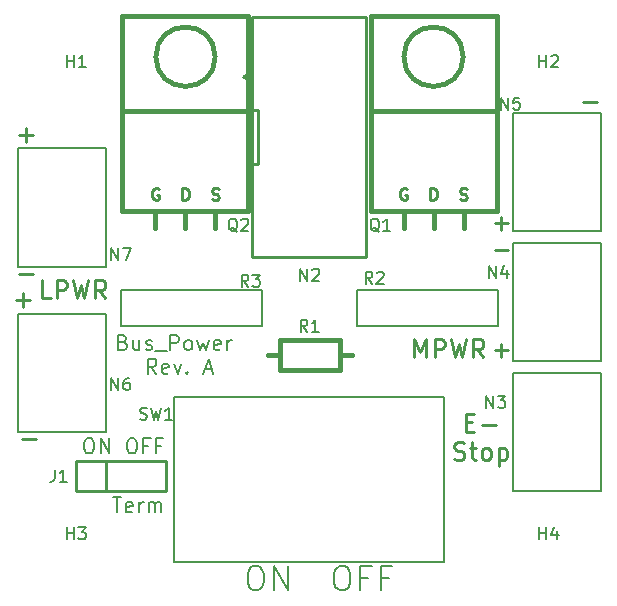
<source format=gto>
%FSLAX34Y34*%
G04 Gerber Fmt 3.4, Leading zero omitted, Abs format*
G04 (created by PCBNEW (2014-jan-25)-product) date Mon 11 Aug 2014 02:02:26 PM PDT*
%MOIN*%
G01*
G70*
G90*
G04 APERTURE LIST*
%ADD10C,0.003937*%
%ADD11C,0.008000*%
%ADD12C,0.010000*%
%ADD13C,0.005906*%
%ADD14C,0.015000*%
%ADD15C,0.009850*%
%ADD16C,0.009900*%
G04 APERTURE END LIST*
G54D10*
G54D11*
X42658Y-55730D02*
X42944Y-55730D01*
X42801Y-56230D02*
X42801Y-55730D01*
X43301Y-56206D02*
X43253Y-56230D01*
X43158Y-56230D01*
X43111Y-56206D01*
X43087Y-56158D01*
X43087Y-55968D01*
X43111Y-55920D01*
X43158Y-55896D01*
X43253Y-55896D01*
X43301Y-55920D01*
X43325Y-55968D01*
X43325Y-56015D01*
X43087Y-56063D01*
X43539Y-56230D02*
X43539Y-55896D01*
X43539Y-55992D02*
X43563Y-55944D01*
X43587Y-55920D01*
X43634Y-55896D01*
X43682Y-55896D01*
X43849Y-56230D02*
X43849Y-55896D01*
X43849Y-55944D02*
X43872Y-55920D01*
X43920Y-55896D01*
X43992Y-55896D01*
X44039Y-55920D01*
X44063Y-55968D01*
X44063Y-56230D01*
X44063Y-55968D02*
X44087Y-55920D01*
X44134Y-55896D01*
X44206Y-55896D01*
X44253Y-55920D01*
X44277Y-55968D01*
X44277Y-56230D01*
X41821Y-53761D02*
X41916Y-53761D01*
X41964Y-53785D01*
X42011Y-53833D01*
X42035Y-53928D01*
X42035Y-54094D01*
X42011Y-54190D01*
X41964Y-54237D01*
X41916Y-54261D01*
X41821Y-54261D01*
X41773Y-54237D01*
X41726Y-54190D01*
X41702Y-54094D01*
X41702Y-53928D01*
X41726Y-53833D01*
X41773Y-53785D01*
X41821Y-53761D01*
X42249Y-54261D02*
X42249Y-53761D01*
X42535Y-54261D01*
X42535Y-53761D01*
X43249Y-53761D02*
X43345Y-53761D01*
X43392Y-53785D01*
X43440Y-53833D01*
X43464Y-53928D01*
X43464Y-54094D01*
X43440Y-54190D01*
X43392Y-54237D01*
X43345Y-54261D01*
X43249Y-54261D01*
X43202Y-54237D01*
X43154Y-54190D01*
X43130Y-54094D01*
X43130Y-53928D01*
X43154Y-53833D01*
X43202Y-53785D01*
X43249Y-53761D01*
X43845Y-53999D02*
X43678Y-53999D01*
X43678Y-54261D02*
X43678Y-53761D01*
X43916Y-53761D01*
X44273Y-53999D02*
X44107Y-53999D01*
X44107Y-54261D02*
X44107Y-53761D01*
X44345Y-53761D01*
G54D12*
X52695Y-51058D02*
X52695Y-50458D01*
X52895Y-50887D01*
X53095Y-50458D01*
X53095Y-51058D01*
X53381Y-51058D02*
X53381Y-50458D01*
X53610Y-50458D01*
X53667Y-50487D01*
X53695Y-50515D01*
X53724Y-50573D01*
X53724Y-50658D01*
X53695Y-50715D01*
X53667Y-50744D01*
X53610Y-50773D01*
X53381Y-50773D01*
X53924Y-50458D02*
X54067Y-51058D01*
X54181Y-50630D01*
X54295Y-51058D01*
X54438Y-50458D01*
X55010Y-51058D02*
X54810Y-50773D01*
X54667Y-51058D02*
X54667Y-50458D01*
X54895Y-50458D01*
X54952Y-50487D01*
X54981Y-50515D01*
X55010Y-50573D01*
X55010Y-50658D01*
X54981Y-50715D01*
X54952Y-50744D01*
X54895Y-50773D01*
X54667Y-50773D01*
X40581Y-49090D02*
X40295Y-49090D01*
X40295Y-48490D01*
X40781Y-49090D02*
X40781Y-48490D01*
X41010Y-48490D01*
X41067Y-48518D01*
X41095Y-48547D01*
X41124Y-48604D01*
X41124Y-48690D01*
X41095Y-48747D01*
X41067Y-48776D01*
X41010Y-48804D01*
X40781Y-48804D01*
X41324Y-48490D02*
X41467Y-49090D01*
X41581Y-48661D01*
X41695Y-49090D01*
X41838Y-48490D01*
X42410Y-49090D02*
X42210Y-48804D01*
X42067Y-49090D02*
X42067Y-48490D01*
X42295Y-48490D01*
X42352Y-48518D01*
X42381Y-48547D01*
X42410Y-48604D01*
X42410Y-48690D01*
X42381Y-48747D01*
X42352Y-48776D01*
X42295Y-48804D01*
X42067Y-48804D01*
X54421Y-53227D02*
X54621Y-53227D01*
X54706Y-53541D02*
X54421Y-53541D01*
X54421Y-52941D01*
X54706Y-52941D01*
X54964Y-53313D02*
X55421Y-53313D01*
X54035Y-54453D02*
X54121Y-54481D01*
X54264Y-54481D01*
X54321Y-54453D01*
X54349Y-54424D01*
X54378Y-54367D01*
X54378Y-54310D01*
X54349Y-54253D01*
X54321Y-54224D01*
X54264Y-54195D01*
X54149Y-54167D01*
X54092Y-54138D01*
X54064Y-54110D01*
X54035Y-54053D01*
X54035Y-53995D01*
X54064Y-53938D01*
X54092Y-53910D01*
X54149Y-53881D01*
X54292Y-53881D01*
X54378Y-53910D01*
X54549Y-54081D02*
X54778Y-54081D01*
X54635Y-53881D02*
X54635Y-54395D01*
X54664Y-54453D01*
X54721Y-54481D01*
X54778Y-54481D01*
X55064Y-54481D02*
X55006Y-54453D01*
X54978Y-54424D01*
X54949Y-54367D01*
X54949Y-54195D01*
X54978Y-54138D01*
X55006Y-54110D01*
X55064Y-54081D01*
X55149Y-54081D01*
X55206Y-54110D01*
X55235Y-54138D01*
X55264Y-54195D01*
X55264Y-54367D01*
X55235Y-54424D01*
X55206Y-54453D01*
X55149Y-54481D01*
X55064Y-54481D01*
X55521Y-54081D02*
X55521Y-54681D01*
X55521Y-54110D02*
X55578Y-54081D01*
X55692Y-54081D01*
X55749Y-54110D01*
X55778Y-54138D01*
X55806Y-54195D01*
X55806Y-54367D01*
X55778Y-54424D01*
X55749Y-54453D01*
X55692Y-54481D01*
X55578Y-54481D01*
X55521Y-54453D01*
X58791Y-42562D02*
X58334Y-42562D01*
X55838Y-50830D02*
X55381Y-50830D01*
X55610Y-51058D02*
X55610Y-50601D01*
X55838Y-47483D02*
X55381Y-47483D01*
X55838Y-46597D02*
X55381Y-46597D01*
X55610Y-46826D02*
X55610Y-46369D01*
X40090Y-53783D02*
X39633Y-53783D01*
X39893Y-49157D02*
X39436Y-49157D01*
X39665Y-49385D02*
X39665Y-48928D01*
X39992Y-43645D02*
X39535Y-43645D01*
X39763Y-43873D02*
X39763Y-43416D01*
X39992Y-48271D02*
X39535Y-48271D01*
G54D11*
X44108Y-51604D02*
X43941Y-51366D01*
X43822Y-51604D02*
X43822Y-51104D01*
X44012Y-51104D01*
X44060Y-51127D01*
X44084Y-51151D01*
X44108Y-51199D01*
X44108Y-51270D01*
X44084Y-51318D01*
X44060Y-51342D01*
X44012Y-51366D01*
X43822Y-51366D01*
X44512Y-51580D02*
X44465Y-51604D01*
X44369Y-51604D01*
X44322Y-51580D01*
X44298Y-51532D01*
X44298Y-51342D01*
X44322Y-51294D01*
X44369Y-51270D01*
X44465Y-51270D01*
X44512Y-51294D01*
X44536Y-51342D01*
X44536Y-51389D01*
X44298Y-51437D01*
X44703Y-51270D02*
X44822Y-51604D01*
X44941Y-51270D01*
X45131Y-51556D02*
X45155Y-51580D01*
X45131Y-51604D01*
X45108Y-51580D01*
X45131Y-51556D01*
X45131Y-51604D01*
X45727Y-51461D02*
X45965Y-51461D01*
X45679Y-51604D02*
X45846Y-51104D01*
X46012Y-51604D01*
X50222Y-58026D02*
X50374Y-58026D01*
X50450Y-58064D01*
X50527Y-58140D01*
X50565Y-58293D01*
X50565Y-58559D01*
X50527Y-58712D01*
X50450Y-58788D01*
X50374Y-58826D01*
X50222Y-58826D01*
X50146Y-58788D01*
X50069Y-58712D01*
X50031Y-58559D01*
X50031Y-58293D01*
X50069Y-58140D01*
X50146Y-58064D01*
X50222Y-58026D01*
X51174Y-58407D02*
X50908Y-58407D01*
X50908Y-58826D02*
X50908Y-58026D01*
X51289Y-58026D01*
X51860Y-58407D02*
X51593Y-58407D01*
X51593Y-58826D02*
X51593Y-58026D01*
X51974Y-58026D01*
X47339Y-58026D02*
X47491Y-58026D01*
X47567Y-58064D01*
X47644Y-58140D01*
X47682Y-58293D01*
X47682Y-58559D01*
X47644Y-58712D01*
X47567Y-58788D01*
X47491Y-58826D01*
X47339Y-58826D01*
X47263Y-58788D01*
X47187Y-58712D01*
X47148Y-58559D01*
X47148Y-58293D01*
X47187Y-58140D01*
X47263Y-58064D01*
X47339Y-58026D01*
X48025Y-58826D02*
X48025Y-58026D01*
X48482Y-58826D01*
X48482Y-58026D01*
X42994Y-50554D02*
X43065Y-50578D01*
X43089Y-50602D01*
X43113Y-50650D01*
X43113Y-50721D01*
X43089Y-50769D01*
X43065Y-50792D01*
X43018Y-50816D01*
X42827Y-50816D01*
X42827Y-50316D01*
X42994Y-50316D01*
X43042Y-50340D01*
X43065Y-50364D01*
X43089Y-50411D01*
X43089Y-50459D01*
X43065Y-50507D01*
X43042Y-50531D01*
X42994Y-50554D01*
X42827Y-50554D01*
X43542Y-50483D02*
X43542Y-50816D01*
X43327Y-50483D02*
X43327Y-50745D01*
X43351Y-50792D01*
X43399Y-50816D01*
X43470Y-50816D01*
X43518Y-50792D01*
X43542Y-50769D01*
X43756Y-50792D02*
X43804Y-50816D01*
X43899Y-50816D01*
X43946Y-50792D01*
X43970Y-50745D01*
X43970Y-50721D01*
X43946Y-50673D01*
X43899Y-50650D01*
X43827Y-50650D01*
X43780Y-50626D01*
X43756Y-50578D01*
X43756Y-50554D01*
X43780Y-50507D01*
X43827Y-50483D01*
X43899Y-50483D01*
X43946Y-50507D01*
X44065Y-50864D02*
X44446Y-50864D01*
X44565Y-50816D02*
X44565Y-50316D01*
X44756Y-50316D01*
X44804Y-50340D01*
X44827Y-50364D01*
X44851Y-50411D01*
X44851Y-50483D01*
X44827Y-50531D01*
X44804Y-50554D01*
X44756Y-50578D01*
X44565Y-50578D01*
X45137Y-50816D02*
X45089Y-50792D01*
X45065Y-50769D01*
X45042Y-50721D01*
X45042Y-50578D01*
X45065Y-50531D01*
X45089Y-50507D01*
X45137Y-50483D01*
X45208Y-50483D01*
X45256Y-50507D01*
X45280Y-50531D01*
X45304Y-50578D01*
X45304Y-50721D01*
X45280Y-50769D01*
X45256Y-50792D01*
X45208Y-50816D01*
X45137Y-50816D01*
X45470Y-50483D02*
X45565Y-50816D01*
X45661Y-50578D01*
X45756Y-50816D01*
X45851Y-50483D01*
X46232Y-50792D02*
X46185Y-50816D01*
X46089Y-50816D01*
X46042Y-50792D01*
X46018Y-50745D01*
X46018Y-50554D01*
X46042Y-50507D01*
X46089Y-50483D01*
X46185Y-50483D01*
X46232Y-50507D01*
X46256Y-50554D01*
X46256Y-50602D01*
X46018Y-50650D01*
X46470Y-50816D02*
X46470Y-50483D01*
X46470Y-50578D02*
X46494Y-50531D01*
X46518Y-50507D01*
X46565Y-50483D01*
X46613Y-50483D01*
G54D12*
X42413Y-55519D02*
X44413Y-55519D01*
X44413Y-55519D02*
X44413Y-54519D01*
X44413Y-54519D02*
X42413Y-54519D01*
X41413Y-54519D02*
X42413Y-54519D01*
X42413Y-54519D02*
X42413Y-55519D01*
X41413Y-54519D02*
X41413Y-55519D01*
X41413Y-55519D02*
X42413Y-55519D01*
G54D13*
X47012Y-41700D02*
X47312Y-41500D01*
X47012Y-41700D02*
X47312Y-41900D01*
G54D12*
X47312Y-44600D02*
X47512Y-44600D01*
X47512Y-44600D02*
X47512Y-42800D01*
X47512Y-42800D02*
X47312Y-42800D01*
X51112Y-39700D02*
X51112Y-47700D01*
X51112Y-47700D02*
X47312Y-47700D01*
X47312Y-47700D02*
X47312Y-39700D01*
X47312Y-39700D02*
X51112Y-39700D01*
G54D11*
X58937Y-51574D02*
X55984Y-51574D01*
X55984Y-51574D02*
X55984Y-55511D01*
X55984Y-55511D02*
X58937Y-55511D01*
X58937Y-55511D02*
X58937Y-51574D01*
X58937Y-47244D02*
X55984Y-47244D01*
X55984Y-47244D02*
X55984Y-51181D01*
X55984Y-51181D02*
X58937Y-51181D01*
X58937Y-51181D02*
X58937Y-47244D01*
X58937Y-42913D02*
X55984Y-42913D01*
X55984Y-42913D02*
X55984Y-46850D01*
X55984Y-46850D02*
X58937Y-46850D01*
X58937Y-46850D02*
X58937Y-42913D01*
X39488Y-53543D02*
X42440Y-53543D01*
X42440Y-53543D02*
X42440Y-49606D01*
X42440Y-49606D02*
X39488Y-49606D01*
X39488Y-49606D02*
X39488Y-53543D01*
X39488Y-48031D02*
X42440Y-48031D01*
X42440Y-48031D02*
X42440Y-44094D01*
X42440Y-44094D02*
X39488Y-44094D01*
X39488Y-44094D02*
X39488Y-48031D01*
G54D14*
X52346Y-46187D02*
X52346Y-46737D01*
X53346Y-46187D02*
X53346Y-46737D01*
X54346Y-46187D02*
X54346Y-46737D01*
X54336Y-41037D02*
G75*
G03X54336Y-41037I-989J0D01*
G74*
G01*
X55446Y-42837D02*
X55446Y-39687D01*
X55446Y-39687D02*
X51246Y-39687D01*
X51246Y-39687D02*
X51246Y-42837D01*
X55446Y-46187D02*
X55446Y-42837D01*
X55446Y-42837D02*
X51246Y-42837D01*
X51246Y-42837D02*
X51246Y-46187D01*
X53346Y-46187D02*
X51246Y-46187D01*
X53346Y-46187D02*
X55446Y-46187D01*
X44078Y-46187D02*
X44078Y-46737D01*
X45078Y-46187D02*
X45078Y-46737D01*
X46078Y-46187D02*
X46078Y-46737D01*
X46068Y-41037D02*
G75*
G03X46068Y-41037I-989J0D01*
G74*
G01*
X47178Y-42837D02*
X47178Y-39687D01*
X47178Y-39687D02*
X42978Y-39687D01*
X42978Y-39687D02*
X42978Y-42837D01*
X47178Y-46187D02*
X47178Y-42837D01*
X47178Y-42837D02*
X42978Y-42837D01*
X42978Y-42837D02*
X42978Y-46187D01*
X45078Y-46187D02*
X42978Y-46187D01*
X45078Y-46187D02*
X47178Y-46187D01*
X48243Y-50984D02*
X47843Y-50984D01*
X50243Y-50984D02*
X50643Y-50984D01*
X48243Y-50484D02*
X50243Y-50484D01*
X50243Y-50484D02*
X50243Y-51484D01*
X50243Y-51484D02*
X48243Y-51484D01*
X48243Y-51484D02*
X48243Y-50484D01*
G54D11*
X55509Y-48819D02*
X50789Y-48819D01*
X50789Y-48819D02*
X50789Y-49999D01*
X50789Y-49999D02*
X55509Y-49999D01*
X55509Y-49999D02*
X55509Y-48819D01*
X47635Y-48819D02*
X42915Y-48819D01*
X42915Y-48819D02*
X42915Y-49999D01*
X42915Y-49999D02*
X47635Y-49999D01*
X47635Y-49999D02*
X47635Y-48819D01*
X44712Y-52368D02*
X44712Y-57868D01*
X44712Y-57868D02*
X53712Y-57868D01*
X53712Y-57868D02*
X53712Y-52368D01*
X53712Y-52368D02*
X44712Y-52368D01*
X41126Y-41379D02*
X41126Y-40979D01*
X41126Y-41170D02*
X41354Y-41170D01*
X41354Y-41379D02*
X41354Y-40979D01*
X41754Y-41379D02*
X41526Y-41379D01*
X41640Y-41379D02*
X41640Y-40979D01*
X41602Y-41036D01*
X41564Y-41075D01*
X41526Y-41094D01*
X56874Y-41379D02*
X56874Y-40979D01*
X56874Y-41170D02*
X57102Y-41170D01*
X57102Y-41379D02*
X57102Y-40979D01*
X57274Y-41017D02*
X57293Y-40998D01*
X57331Y-40979D01*
X57426Y-40979D01*
X57464Y-40998D01*
X57483Y-41017D01*
X57502Y-41055D01*
X57502Y-41094D01*
X57483Y-41151D01*
X57255Y-41379D01*
X57502Y-41379D01*
X41126Y-57127D02*
X41126Y-56727D01*
X41126Y-56918D02*
X41354Y-56918D01*
X41354Y-57127D02*
X41354Y-56727D01*
X41507Y-56727D02*
X41754Y-56727D01*
X41621Y-56880D01*
X41678Y-56880D01*
X41716Y-56899D01*
X41735Y-56918D01*
X41754Y-56956D01*
X41754Y-57051D01*
X41735Y-57089D01*
X41716Y-57108D01*
X41678Y-57127D01*
X41564Y-57127D01*
X41526Y-57108D01*
X41507Y-57089D01*
X56874Y-57127D02*
X56874Y-56727D01*
X56874Y-56918D02*
X57102Y-56918D01*
X57102Y-57127D02*
X57102Y-56727D01*
X57464Y-56861D02*
X57464Y-57127D01*
X57369Y-56708D02*
X57274Y-56994D01*
X57521Y-56994D01*
X40713Y-54800D02*
X40713Y-55086D01*
X40694Y-55143D01*
X40655Y-55181D01*
X40598Y-55200D01*
X40560Y-55200D01*
X41113Y-55200D02*
X40884Y-55200D01*
X40998Y-55200D02*
X40998Y-54800D01*
X40960Y-54857D01*
X40922Y-54895D01*
X40884Y-54914D01*
X48907Y-48507D02*
X48907Y-48107D01*
X49136Y-48507D01*
X49136Y-48107D01*
X49307Y-48145D02*
X49326Y-48126D01*
X49364Y-48107D01*
X49460Y-48107D01*
X49498Y-48126D01*
X49517Y-48145D01*
X49536Y-48183D01*
X49536Y-48222D01*
X49517Y-48279D01*
X49288Y-48507D01*
X49536Y-48507D01*
X55108Y-52740D02*
X55108Y-52340D01*
X55337Y-52740D01*
X55337Y-52340D01*
X55489Y-52340D02*
X55737Y-52340D01*
X55603Y-52492D01*
X55661Y-52492D01*
X55699Y-52511D01*
X55718Y-52530D01*
X55737Y-52568D01*
X55737Y-52663D01*
X55718Y-52701D01*
X55699Y-52720D01*
X55661Y-52740D01*
X55546Y-52740D01*
X55508Y-52720D01*
X55489Y-52701D01*
X55207Y-48409D02*
X55207Y-48009D01*
X55435Y-48409D01*
X55435Y-48009D01*
X55797Y-48142D02*
X55797Y-48409D01*
X55702Y-47990D02*
X55607Y-48275D01*
X55854Y-48275D01*
X55600Y-42799D02*
X55600Y-42399D01*
X55829Y-42799D01*
X55829Y-42399D01*
X56210Y-42399D02*
X56019Y-42399D01*
X56000Y-42589D01*
X56019Y-42570D01*
X56057Y-42551D01*
X56153Y-42551D01*
X56191Y-42570D01*
X56210Y-42589D01*
X56229Y-42627D01*
X56229Y-42722D01*
X56210Y-42760D01*
X56191Y-42780D01*
X56153Y-42799D01*
X56057Y-42799D01*
X56019Y-42780D01*
X56000Y-42760D01*
X42608Y-52149D02*
X42608Y-51749D01*
X42837Y-52149D01*
X42837Y-51749D01*
X43199Y-51749D02*
X43122Y-51749D01*
X43084Y-51768D01*
X43065Y-51787D01*
X43027Y-51844D01*
X43008Y-51920D01*
X43008Y-52073D01*
X43027Y-52111D01*
X43046Y-52130D01*
X43084Y-52149D01*
X43161Y-52149D01*
X43199Y-52130D01*
X43218Y-52111D01*
X43237Y-52073D01*
X43237Y-51978D01*
X43218Y-51939D01*
X43199Y-51920D01*
X43161Y-51901D01*
X43084Y-51901D01*
X43046Y-51920D01*
X43027Y-51939D01*
X43008Y-51978D01*
X42608Y-47818D02*
X42608Y-47418D01*
X42837Y-47818D01*
X42837Y-47418D01*
X42989Y-47418D02*
X43256Y-47418D01*
X43084Y-47818D01*
X51536Y-46872D02*
X51498Y-46853D01*
X51460Y-46815D01*
X51403Y-46758D01*
X51365Y-46739D01*
X51327Y-46739D01*
X51346Y-46834D02*
X51308Y-46815D01*
X51270Y-46777D01*
X51250Y-46701D01*
X51250Y-46567D01*
X51270Y-46491D01*
X51308Y-46453D01*
X51346Y-46434D01*
X51422Y-46434D01*
X51460Y-46453D01*
X51498Y-46491D01*
X51517Y-46567D01*
X51517Y-46701D01*
X51498Y-46777D01*
X51460Y-46815D01*
X51422Y-46834D01*
X51346Y-46834D01*
X51898Y-46834D02*
X51670Y-46834D01*
X51784Y-46834D02*
X51784Y-46434D01*
X51746Y-46491D01*
X51708Y-46529D01*
X51670Y-46548D01*
G54D15*
X52449Y-45440D02*
X52412Y-45422D01*
X52355Y-45422D01*
X52299Y-45440D01*
X52262Y-45478D01*
X52243Y-45515D01*
X52224Y-45590D01*
X52224Y-45647D01*
X52243Y-45722D01*
X52262Y-45759D01*
X52299Y-45797D01*
X52355Y-45816D01*
X52393Y-45816D01*
X52449Y-45797D01*
X52468Y-45778D01*
X52468Y-45647D01*
X52393Y-45647D01*
G54D16*
G54D15*
X54233Y-45797D02*
X54290Y-45816D01*
X54383Y-45816D01*
X54421Y-45797D01*
X54440Y-45778D01*
X54459Y-45740D01*
X54459Y-45703D01*
X54440Y-45665D01*
X54421Y-45647D01*
X54383Y-45628D01*
X54308Y-45609D01*
X54271Y-45590D01*
X54252Y-45572D01*
X54233Y-45534D01*
X54233Y-45497D01*
X54252Y-45459D01*
X54271Y-45440D01*
X54308Y-45422D01*
X54402Y-45422D01*
X54459Y-45440D01*
G54D16*
G54D15*
X53243Y-45816D02*
X53243Y-45422D01*
X53337Y-45422D01*
X53393Y-45440D01*
X53430Y-45478D01*
X53449Y-45515D01*
X53468Y-45590D01*
X53468Y-45647D01*
X53449Y-45722D01*
X53430Y-45759D01*
X53393Y-45797D01*
X53337Y-45816D01*
X53243Y-45816D01*
G54D16*
G54D11*
X46812Y-46872D02*
X46774Y-46853D01*
X46736Y-46815D01*
X46678Y-46758D01*
X46640Y-46739D01*
X46602Y-46739D01*
X46621Y-46834D02*
X46583Y-46815D01*
X46545Y-46777D01*
X46526Y-46701D01*
X46526Y-46567D01*
X46545Y-46491D01*
X46583Y-46453D01*
X46621Y-46434D01*
X46698Y-46434D01*
X46736Y-46453D01*
X46774Y-46491D01*
X46793Y-46567D01*
X46793Y-46701D01*
X46774Y-46777D01*
X46736Y-46815D01*
X46698Y-46834D01*
X46621Y-46834D01*
X46945Y-46472D02*
X46964Y-46453D01*
X47002Y-46434D01*
X47098Y-46434D01*
X47136Y-46453D01*
X47155Y-46472D01*
X47174Y-46510D01*
X47174Y-46548D01*
X47155Y-46605D01*
X46926Y-46834D01*
X47174Y-46834D01*
G54D15*
X44181Y-45440D02*
X44144Y-45422D01*
X44088Y-45422D01*
X44031Y-45440D01*
X43994Y-45478D01*
X43975Y-45515D01*
X43956Y-45590D01*
X43956Y-45647D01*
X43975Y-45722D01*
X43994Y-45759D01*
X44031Y-45797D01*
X44088Y-45816D01*
X44125Y-45816D01*
X44181Y-45797D01*
X44200Y-45778D01*
X44200Y-45647D01*
X44125Y-45647D01*
G54D16*
G54D15*
X45966Y-45797D02*
X46022Y-45816D01*
X46116Y-45816D01*
X46153Y-45797D01*
X46172Y-45778D01*
X46191Y-45740D01*
X46191Y-45703D01*
X46172Y-45665D01*
X46153Y-45647D01*
X46116Y-45628D01*
X46041Y-45609D01*
X46003Y-45590D01*
X45984Y-45572D01*
X45966Y-45534D01*
X45966Y-45497D01*
X45984Y-45459D01*
X46003Y-45440D01*
X46041Y-45422D01*
X46135Y-45422D01*
X46191Y-45440D01*
G54D16*
G54D15*
X44975Y-45816D02*
X44975Y-45422D01*
X45069Y-45422D01*
X45125Y-45440D01*
X45163Y-45478D01*
X45181Y-45515D01*
X45200Y-45590D01*
X45200Y-45647D01*
X45181Y-45722D01*
X45163Y-45759D01*
X45125Y-45797D01*
X45069Y-45816D01*
X44975Y-45816D01*
G54D16*
G54D11*
X49145Y-50204D02*
X49012Y-50014D01*
X48917Y-50204D02*
X48917Y-49804D01*
X49069Y-49804D01*
X49107Y-49823D01*
X49126Y-49842D01*
X49145Y-49880D01*
X49145Y-49937D01*
X49126Y-49976D01*
X49107Y-49995D01*
X49069Y-50014D01*
X48917Y-50014D01*
X49526Y-50204D02*
X49298Y-50204D01*
X49412Y-50204D02*
X49412Y-49804D01*
X49374Y-49861D01*
X49336Y-49899D01*
X49298Y-49918D01*
X51311Y-48606D02*
X51177Y-48415D01*
X51082Y-48606D02*
X51082Y-48206D01*
X51235Y-48206D01*
X51273Y-48225D01*
X51292Y-48244D01*
X51311Y-48282D01*
X51311Y-48339D01*
X51292Y-48377D01*
X51273Y-48396D01*
X51235Y-48415D01*
X51082Y-48415D01*
X51463Y-48244D02*
X51482Y-48225D01*
X51520Y-48206D01*
X51616Y-48206D01*
X51654Y-48225D01*
X51673Y-48244D01*
X51692Y-48282D01*
X51692Y-48320D01*
X51673Y-48377D01*
X51444Y-48606D01*
X51692Y-48606D01*
X47177Y-48704D02*
X47044Y-48514D01*
X46948Y-48704D02*
X46948Y-48304D01*
X47101Y-48304D01*
X47139Y-48323D01*
X47158Y-48342D01*
X47177Y-48380D01*
X47177Y-48437D01*
X47158Y-48476D01*
X47139Y-48495D01*
X47101Y-48514D01*
X46948Y-48514D01*
X47310Y-48304D02*
X47558Y-48304D01*
X47425Y-48456D01*
X47482Y-48456D01*
X47520Y-48476D01*
X47539Y-48495D01*
X47558Y-48533D01*
X47558Y-48628D01*
X47539Y-48666D01*
X47520Y-48685D01*
X47482Y-48704D01*
X47367Y-48704D01*
X47329Y-48685D01*
X47310Y-48666D01*
X43561Y-53114D02*
X43618Y-53133D01*
X43713Y-53133D01*
X43751Y-53114D01*
X43770Y-53095D01*
X43789Y-53057D01*
X43789Y-53019D01*
X43770Y-52981D01*
X43751Y-52962D01*
X43713Y-52943D01*
X43637Y-52924D01*
X43599Y-52905D01*
X43580Y-52886D01*
X43561Y-52847D01*
X43561Y-52809D01*
X43580Y-52771D01*
X43599Y-52752D01*
X43637Y-52733D01*
X43732Y-52733D01*
X43789Y-52752D01*
X43923Y-52733D02*
X44018Y-53133D01*
X44094Y-52847D01*
X44170Y-53133D01*
X44265Y-52733D01*
X44627Y-53133D02*
X44399Y-53133D01*
X44513Y-53133D02*
X44513Y-52733D01*
X44475Y-52790D01*
X44437Y-52828D01*
X44399Y-52847D01*
M02*

</source>
